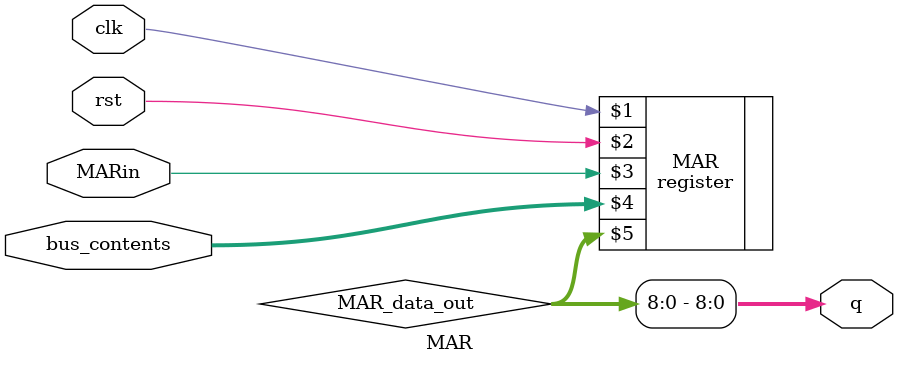
<source format=v>
`timescale 1ns / 1ps

module MAR(
	input wire clk, 
	input wire rst,
	input wire MARin,
	input wire [31:0] bus_contents,
	output [8:0] q
);
		
	wire [31:0] MAR_data_out;
	
	register MAR(clk, rst, MARin, bus_contents, MAR_data_out);
	
	assign q = MAR_data_out[8:0];
	
endmodule
</source>
